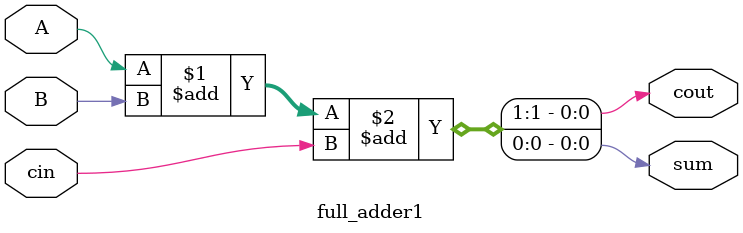
<source format=v>



module full_adder1
(
    input A,
    input B,
    input cin,
    output wire sum,
    output wire cout
 );
 
 
  assign {cout,sum} = A + B + cin; 
 
endmodule
</source>
